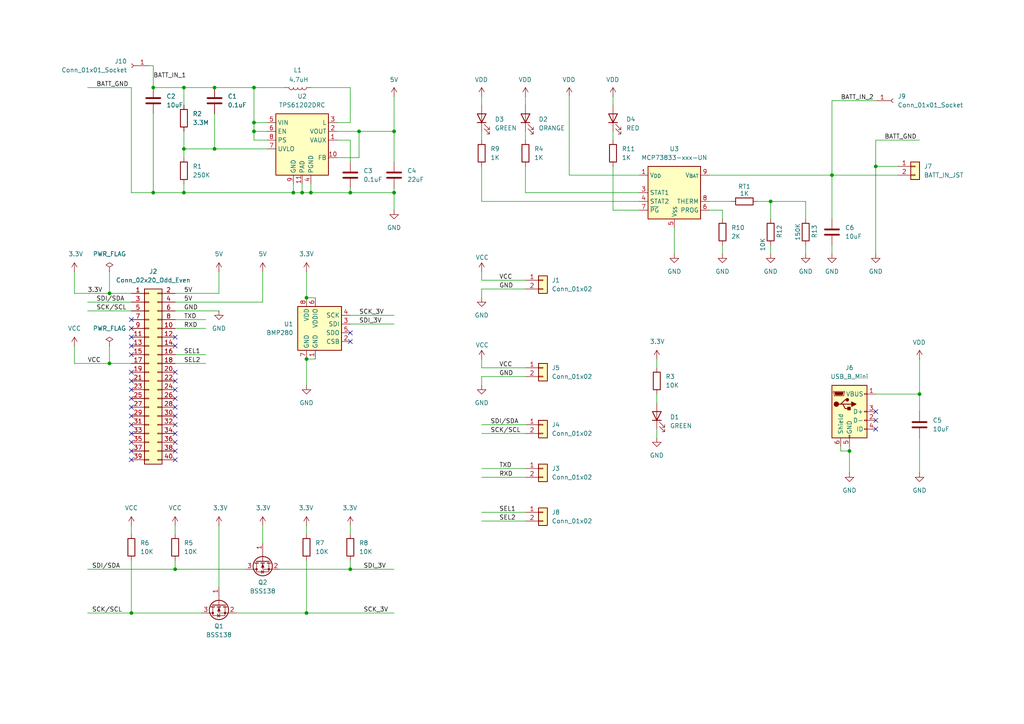
<source format=kicad_sch>
(kicad_sch (version 20231120) (generator "eeschema") (generator_version "8.0")
  (paper "A4")
  (lib_symbols
    (symbol "Battery_Management:MCP73833-xxx-UN"
      (property "Reference" "U" (at -6.35 8.89 0))
      (property "Value" "MCP73833-xxx-UN" (at 10.16 8.89 0))
      (symbol "MCP73833-xxx-UN_1_1"
        (rectangle (start -7.62 7.62) (end 7.62 -7.62) (stroke (width 0.254)) (fill (type background)))
        (pin power_in line (at -10.16 5.08 0) (length 2.54) (name "V_{DD}") (number "1"))
        (pin passive line (at 10.16 5.08 180) (length 2.54) hide (name "V_{BAT}") (number "10"))
        (pin passive line (at -10.16 5.08 0) (length 2.54) hide (name "V_{DD}") (number "2"))
        (pin open_collector line (at -10.16 0 0) (length 2.54) (name "STAT1") (number "3"))
        (pin open_collector line (at -10.16 -2.54 0) (length 2.54) (name "STAT2") (number "4"))
        (pin power_in line (at 0 -10.16 90) (length 2.54) (name "V_{SS}") (number "5"))
        (pin input line (at 10.16 -5.08 180) (length 2.54) (name "PROG") (number "6"))
        (pin open_collector line (at -10.16 -5.08 0) (length 2.54) (name "~{PG}") (number "7"))
        (pin passive line (at 10.16 -2.54 180) (length 2.54) (name "THERM") (number "8"))
        (pin power_out line (at 10.16 5.08 180) (length 2.54) (name "V_{BAT}") (number "9"))
      )
    )
    (symbol "Connector:Conn_01x01_Socket" (pin_names (offset 1.016) hide)
      (property "Reference" "J" (at 0 2.54 0))
      (property "Value" "Conn_01x01_Socket" (at 0 -2.54 0))
      (symbol "Conn_01x01_Socket_1_1"
        (polyline (pts (xy -1.27 0) (xy -0.508 0)) (stroke (width 0.1524)))
        (arc (start 0 0.508) (mid -0.5058 0) (end 0 -0.508) (stroke (width 0.1524)))
        (pin passive line (at -5.08 0 0) (length 3.81) (name "Pin_1") (number "1"))
      )
    )
    (symbol "Connector:USB_B_Mini" (pin_names (offset 1.016))
      (property "Reference" "J" (at -5.08 11.43 0))
      (property "Value" "USB_B_Mini" (at -5.08 8.89 0))
      (symbol "USB_B_Mini_0_1"
        (rectangle (start -5.08 -7.62) (end 5.08 7.62) (stroke (width 0.254)) (fill (type background)))
        (circle (center -3.81 2.159) (radius 0.635) (stroke (width 0.254)) (fill (type outline)))
        (circle (center -0.635 3.429) (radius 0.381) (stroke (width 0.254)) (fill (type outline)))
        (rectangle (start -0.127 -7.62) (end 0.127 -6.858))
        (polyline (pts (xy -1.905 2.159) (xy 0.635 2.159)) (stroke (width 0.254)))
        (polyline (pts (xy -3.175 2.159) (xy -2.54 2.159) (xy -1.27 3.429) (xy -0.635 3.429)) (stroke (width 0.254)))
        (polyline (pts (xy -2.54 2.159) (xy -1.905 2.159) (xy -1.27 0.889) (xy 0 0.889)) (stroke (width 0.254)))
        (polyline (pts (xy 0.635 2.794) (xy 0.635 1.524) (xy 1.905 2.159) (xy 0.635 2.794)) (stroke (width 0.254)) (fill (type outline)))
        (polyline (pts (xy -4.318 5.588) (xy -1.778 5.588) (xy -2.032 4.826) (xy -4.064 4.826) (xy -4.318 5.588)) (fill (type outline)))
        (polyline (pts (xy -4.699 5.842) (xy -4.699 5.588) (xy -4.445 4.826) (xy -4.445 4.572) (xy -1.651 4.572) (xy -1.651 4.826) (xy -1.397 5.588) (xy -1.397 5.842) (xy -4.699 5.842)))
        (rectangle (start 0.254 1.27) (end -0.508 0.508) (stroke (width 0.254)) (fill (type outline)))
        (rectangle (start 5.08 -5.207) (end 4.318 -4.953))
        (rectangle (start 5.08 -2.667) (end 4.318 -2.413))
        (rectangle (start 5.08 -0.127) (end 4.318 0.127))
        (rectangle (start 5.08 4.953) (end 4.318 5.207))
      )
      (symbol "USB_B_Mini_1_1"
        (pin power_out line (at 7.62 5.08 180) (length 2.54) (name "VBUS") (number "1"))
        (pin bidirectional line (at 7.62 -2.54 180) (length 2.54) (name "D-") (number "2"))
        (pin bidirectional line (at 7.62 0 180) (length 2.54) (name "D+") (number "3"))
        (pin passive line (at 7.62 -5.08 180) (length 2.54) (name "ID") (number "4"))
        (pin power_out line (at 0 -10.16 90) (length 2.54) (name "GND") (number "5"))
        (pin passive line (at -2.54 -10.16 90) (length 2.54) (name "Shield") (number "6"))
      )
    )
    (symbol "Connector_Generic:Conn_01x02" (pin_names (offset 1.016) hide)
      (property "Reference" "J" (at 0 2.54 0))
      (property "Value" "Conn_01x02" (at 0 -5.08 0))
      (symbol "Conn_01x02_1_1"
        (rectangle (start -1.27 -2.413) (end 0 -2.667) (stroke (width 0.1524)))
        (rectangle (start -1.27 0.127) (end 0 -0.127) (stroke (width 0.1524)))
        (rectangle (start -1.27 1.27) (end 1.27 -3.81) (stroke (width 0.254)) (fill (type background)))
        (pin passive line (at -5.08 0 0) (length 3.81) (name "Pin_1") (number "1"))
        (pin passive line (at -5.08 -2.54 0) (length 3.81) (name "Pin_2") (number "2"))
      )
    )
    (symbol "Connector_Generic:Conn_02x20_Odd_Even" (pin_names (offset 1.016) hide)
      (property "Reference" "J" (at 1.27 25.4 0))
      (property "Value" "Conn_02x20_Odd_Even" (at 1.27 -27.94 0))
      (symbol "Conn_02x20_Odd_Even_1_1"
        (rectangle (start -1.27 -25.273) (end 0 -25.527) (stroke (width 0.1524)))
        (rectangle (start -1.27 -22.733) (end 0 -22.987) (stroke (width 0.1524)))
        (rectangle (start -1.27 -20.193) (end 0 -20.447) (stroke (width 0.1524)))
        (rectangle (start -1.27 -17.653) (end 0 -17.907) (stroke (width 0.1524)))
        (rectangle (start -1.27 -15.113) (end 0 -15.367) (stroke (width 0.1524)))
        (rectangle (start -1.27 -12.573) (end 0 -12.827) (stroke (width 0.1524)))
        (rectangle (start -1.27 -10.033) (end 0 -10.287) (stroke (width 0.1524)))
        (rectangle (start -1.27 -7.493) (end 0 -7.747) (stroke (width 0.1524)))
        (rectangle (start -1.27 -4.953) (end 0 -5.207) (stroke (width 0.1524)))
        (rectangle (start -1.27 -2.413) (end 0 -2.667) (stroke (width 0.1524)))
        (rectangle (start -1.27 0.127) (end 0 -0.127) (stroke (width 0.1524)))
        (rectangle (start -1.27 2.667) (end 0 2.413) (stroke (width 0.1524)))
        (rectangle (start -1.27 5.207) (end 0 4.953) (stroke (width 0.1524)))
        (rectangle (start -1.27 7.747) (end 0 7.493) (stroke (width 0.1524)))
        (rectangle (start -1.27 10.287) (end 0 10.033) (stroke (width 0.1524)))
        (rectangle (start -1.27 12.827) (end 0 12.573) (stroke (width 0.1524)))
        (rectangle (start -1.27 15.367) (end 0 15.113) (stroke (width 0.1524)))
        (rectangle (start -1.27 17.907) (end 0 17.653) (stroke (width 0.1524)))
        (rectangle (start -1.27 20.447) (end 0 20.193) (stroke (width 0.1524)))
        (rectangle (start -1.27 22.987) (end 0 22.733) (stroke (width 0.1524)))
        (rectangle (start -1.27 24.13) (end 3.81 -26.67) (stroke (width 0.254)) (fill (type background)))
        (rectangle (start 3.81 -25.273) (end 2.54 -25.527) (stroke (width 0.1524)))
        (rectangle (start 3.81 -22.733) (end 2.54 -22.987) (stroke (width 0.1524)))
        (rectangle (start 3.81 -20.193) (end 2.54 -20.447) (stroke (width 0.1524)))
        (rectangle (start 3.81 -17.653) (end 2.54 -17.907) (stroke (width 0.1524)))
        (rectangle (start 3.81 -15.113) (end 2.54 -15.367) (stroke (width 0.1524)))
        (rectangle (start 3.81 -12.573) (end 2.54 -12.827) (stroke (width 0.1524)))
        (rectangle (start 3.81 -10.033) (end 2.54 -10.287) (stroke (width 0.1524)))
        (rectangle (start 3.81 -7.493) (end 2.54 -7.747) (stroke (width 0.1524)))
        (rectangle (start 3.81 -4.953) (end 2.54 -5.207) (stroke (width 0.1524)))
        (rectangle (start 3.81 -2.413) (end 2.54 -2.667) (stroke (width 0.1524)))
        (rectangle (start 3.81 0.127) (end 2.54 -0.127) (stroke (width 0.1524)))
        (rectangle (start 3.81 2.667) (end 2.54 2.413) (stroke (width 0.1524)))
        (rectangle (start 3.81 5.207) (end 2.54 4.953) (stroke (width 0.1524)))
        (rectangle (start 3.81 7.747) (end 2.54 7.493) (stroke (width 0.1524)))
        (rectangle (start 3.81 10.287) (end 2.54 10.033) (stroke (width 0.1524)))
        (rectangle (start 3.81 12.827) (end 2.54 12.573) (stroke (width 0.1524)))
        (rectangle (start 3.81 15.367) (end 2.54 15.113) (stroke (width 0.1524)))
        (rectangle (start 3.81 17.907) (end 2.54 17.653) (stroke (width 0.1524)))
        (rectangle (start 3.81 20.447) (end 2.54 20.193) (stroke (width 0.1524)))
        (rectangle (start 3.81 22.987) (end 2.54 22.733) (stroke (width 0.1524)))
        (pin passive line (at -5.08 22.86 0) (length 3.81) (name "Pin_1") (number "1"))
        (pin passive line (at 7.62 12.7 180) (length 3.81) (name "Pin_10") (number "10"))
        (pin passive line (at -5.08 10.16 0) (length 3.81) (name "Pin_11") (number "11"))
        (pin passive line (at 7.62 10.16 180) (length 3.81) (name "Pin_12") (number "12"))
        (pin passive line (at -5.08 7.62 0) (length 3.81) (name "Pin_13") (number "13"))
        (pin passive line (at 7.62 7.62 180) (length 3.81) (name "Pin_14") (number "14"))
        (pin passive line (at -5.08 5.08 0) (length 3.81) (name "Pin_15") (number "15"))
        (pin passive line (at 7.62 5.08 180) (length 3.81) (name "Pin_16") (number "16"))
        (pin passive line (at -5.08 2.54 0) (length 3.81) (name "Pin_17") (number "17"))
        (pin passive line (at 7.62 2.54 180) (length 3.81) (name "Pin_18") (number "18"))
        (pin passive line (at -5.08 0 0) (length 3.81) (name "Pin_19") (number "19"))
        (pin passive line (at 7.62 22.86 180) (length 3.81) (name "Pin_2") (number "2"))
        (pin passive line (at 7.62 0 180) (length 3.81) (name "Pin_20") (number "20"))
        (pin passive line (at -5.08 -2.54 0) (length 3.81) (name "Pin_21") (number "21"))
        (pin passive line (at 7.62 -2.54 180) (length 3.81) (name "Pin_22") (number "22"))
        (pin passive line (at -5.08 -5.08 0) (length 3.81) (name "Pin_23") (number "23"))
        (pin passive line (at 7.62 -5.08 180) (length 3.81) (name "Pin_24") (number "24"))
        (pin passive line (at -5.08 -7.62 0) (length 3.81) (name "Pin_25") (number "25"))
        (pin passive line (at 7.62 -7.62 180) (length 3.81) (name "Pin_26") (number "26"))
        (pin passive line (at -5.08 -10.16 0) (length 3.81) (name "Pin_27") (number "27"))
        (pin passive line (at 7.62 -10.16 180) (length 3.81) (name "Pin_28") (number "28"))
        (pin passive line (at -5.08 -12.7 0) (length 3.81) (name "Pin_29") (number "29"))
        (pin passive line (at -5.08 20.32 0) (length 3.81) (name "Pin_3") (number "3"))
        (pin passive line (at 7.62 -12.7 180) (length 3.81) (name "Pin_30") (number "30"))
        (pin passive line (at -5.08 -15.24 0) (length 3.81) (name "Pin_31") (number "31"))
        (pin passive line (at 7.62 -15.24 180) (length 3.81) (name "Pin_32") (number "32"))
        (pin passive line (at -5.08 -17.78 0) (length 3.81) (name "Pin_33") (number "33"))
        (pin passive line (at 7.62 -17.78 180) (length 3.81) (name "Pin_34") (number "34"))
        (pin passive line (at -5.08 -20.32 0) (length 3.81) (name "Pin_35") (number "35"))
        (pin passive line (at 7.62 -20.32 180) (length 3.81) (name "Pin_36") (number "36"))
        (pin passive line (at -5.08 -22.86 0) (length 3.81) (name "Pin_37") (number "37"))
        (pin passive line (at 7.62 -22.86 180) (length 3.81) (name "Pin_38") (number "38"))
        (pin passive line (at -5.08 -25.4 0) (length 3.81) (name "Pin_39") (number "39"))
        (pin passive line (at 7.62 20.32 180) (length 3.81) (name "Pin_4") (number "4"))
        (pin passive line (at 7.62 -25.4 180) (length 3.81) (name "Pin_40") (number "40"))
        (pin passive line (at -5.08 17.78 0) (length 3.81) (name "Pin_5") (number "5"))
        (pin passive line (at 7.62 17.78 180) (length 3.81) (name "Pin_6") (number "6"))
        (pin passive line (at -5.08 15.24 0) (length 3.81) (name "Pin_7") (number "7"))
        (pin passive line (at 7.62 15.24 180) (length 3.81) (name "Pin_8") (number "8"))
        (pin passive line (at -5.08 12.7 0) (length 3.81) (name "Pin_9") (number "9"))
      )
    )
    (symbol "Device:C" (pin_numbers hide) (pin_names (offset 0.254))
      (property "Reference" "C" (at 0.635 2.54 0))
      (property "Value" "C" (at 0.635 -2.54 0))
      (symbol "C_0_1"
        (polyline (pts (xy -2.032 -0.762) (xy 2.032 -0.762)) (stroke (width 0.508)))
        (polyline (pts (xy -2.032 0.762) (xy 2.032 0.762)) (stroke (width 0.508)))
      )
      (symbol "C_1_1"
        (pin passive line (at 0 3.81 270) (length 2.794) (name "~") (number "1"))
        (pin passive line (at 0 -3.81 90) (length 2.794) (name "~") (number "2"))
      )
    )
    (symbol "Device:L" (pin_numbers hide) (pin_names (offset 1.016) hide)
      (property "Reference" "L" (at -1.27 0 90))
      (property "Value" "L" (at 1.905 0 90))
      (symbol "L_0_1"
        (arc (start 0 -2.54) (mid 0.6323 -1.905) (end 0 -1.27))
        (arc (start 0 -1.27) (mid 0.6323 -0.635) (end 0 0))
        (arc (start 0 0) (mid 0.6323 0.635) (end 0 1.27))
        (arc (start 0 1.27) (mid 0.6323 1.905) (end 0 2.54))
      )
      (symbol "L_1_1"
        (pin passive line (at 0 3.81 270) (length 1.27) (name "1") (number "1"))
        (pin passive line (at 0 -3.81 90) (length 1.27) (name "2") (number "2"))
      )
    )
    (symbol "Device:LED" (pin_numbers hide) (pin_names (offset 1.016) hide)
      (property "Reference" "D" (at 0 2.54 0))
      (property "Value" "LED" (at 0 -2.54 0))
      (symbol "LED_0_1"
        (polyline (pts (xy -1.27 -1.27) (xy -1.27 1.27)) (stroke (width 0.254)))
        (polyline (pts (xy -1.27 0) (xy 1.27 0)))
        (polyline (pts (xy 1.27 -1.27) (xy 1.27 1.27) (xy -1.27 0) (xy 1.27 -1.27)) (stroke (width 0.254)))
        (polyline (pts (xy -3.048 -0.762) (xy -4.572 -2.286) (xy -3.81 -2.286) (xy -4.572 -2.286) (xy -4.572 -1.524)))
        (polyline (pts (xy -1.778 -0.762) (xy -3.302 -2.286) (xy -2.54 -2.286) (xy -3.302 -2.286) (xy -3.302 -1.524)))
      )
      (symbol "LED_1_1"
        (pin passive line (at -3.81 0 0) (length 2.54) (name "K") (number "1"))
        (pin passive line (at 3.81 0 180) (length 2.54) (name "A") (number "2"))
      )
    )
    (symbol "Device:R" (pin_numbers hide) (pin_names (offset 0))
      (property "Reference" "R" (at 2.032 0 90))
      (property "Value" "R" (at 0 0 90))
      (symbol "R_0_1"
        (rectangle (start -1.016 -2.54) (end 1.016 2.54) (stroke (width 0.254)))
      )
      (symbol "R_1_1"
        (pin passive line (at 0 3.81 270) (length 1.27) (name "~") (number "1"))
        (pin passive line (at 0 -3.81 90) (length 1.27) (name "~") (number "2"))
      )
    )
    (symbol "Regulator_Switching:TPS61202DRC"
      (property "Reference" "U" (at -10.16 8.89 0))
      (property "Value" "TPS61202DRC" (at -2.54 8.89 0))
      (symbol "TPS61202DRC_0_1"
        (rectangle (start -7.62 7.62) (end 7.62 -10.16) (stroke (width 0.254)) (fill (type background)))
      )
      (symbol "TPS61202DRC_1_1"
        (pin bidirectional line (at 10.16 0 180) (length 2.54) (name "VAUX") (number "1"))
        (pin input line (at 10.16 -5.08 180) (length 2.54) (name "FB") (number "10"))
        (pin power_in line (at 0 -12.7 90) (length 2.54) (name "PAD") (number "11"))
        (pin power_out line (at 10.16 2.54 180) (length 2.54) (name "VOUT") (number "2"))
        (pin input line (at 10.16 5.08 180) (length 2.54) (name "L") (number "3"))
        (pin power_in line (at 2.54 -12.7 90) (length 2.54) (name "PGND") (number "4"))
        (pin power_in line (at -10.16 5.08 0) (length 2.54) (name "VIN") (number "5"))
        (pin input line (at -10.16 2.54 0) (length 2.54) (name "EN") (number "6"))
        (pin input line (at -10.16 -2.54 0) (length 2.54) (name "UVLO") (number "7"))
        (pin input line (at -10.16 0 0) (length 2.54) (name "PS") (number "8"))
        (pin power_in line (at -2.54 -12.7 90) (length 2.54) (name "GND") (number "9"))
      )
    )
    (symbol "Sensor_Pressure:BMP280"
      (property "Reference" "U" (at -7.62 10.16 0))
      (property "Value" "BMP280" (at 5.08 10.16 0))
      (symbol "BMP280_0_1"
        (rectangle (start -7.62 -5.08) (end 5.08 7.62) (stroke (width 0.254)) (fill (type background)))
      )
      (symbol "BMP280_1_1"
        (pin power_in line (at 0 -7.62 90) (length 2.54) (name "GND") (number "1"))
        (pin input line (at -10.16 -2.54 0) (length 2.54) (name "CSB") (number "2"))
        (pin bidirectional line (at -10.16 2.54 0) (length 2.54) (name "SDI") (number "3"))
        (pin input line (at -10.16 5.08 0) (length 2.54) (name "SCK") (number "4"))
        (pin bidirectional line (at -10.16 0 0) (length 2.54) (name "SDO") (number "5"))
        (pin power_in line (at 0 10.16 270) (length 2.54) (name "VDDIO") (number "6"))
        (pin power_in line (at 2.54 -7.62 90) (length 2.54) (name "GND") (number "7"))
        (pin power_in line (at 2.54 10.16 270) (length 2.54) (name "VDD") (number "8"))
      )
    )
    (symbol "Transistor_FET:BSS138" (pin_names hide)
      (property "Reference" "Q" (at 5.08 1.905 0))
      (property "Value" "BSS138" (at 5.08 0 0))
      (symbol "BSS138_0_1"
        (polyline (pts (xy 0.254 0) (xy -2.54 0)))
        (polyline (pts (xy 0.254 1.905) (xy 0.254 -1.905)) (stroke (width 0.254)))
        (polyline (pts (xy 0.762 -1.27) (xy 0.762 -2.286)) (stroke (width 0.254)))
        (polyline (pts (xy 0.762 0.508) (xy 0.762 -0.508)) (stroke (width 0.254)))
        (polyline (pts (xy 0.762 2.286) (xy 0.762 1.27)) (stroke (width 0.254)))
        (polyline (pts (xy 2.54 2.54) (xy 2.54 1.778)))
        (polyline (pts (xy 2.54 -2.54) (xy 2.54 0) (xy 0.762 0)))
        (polyline (pts (xy 0.762 -1.778) (xy 3.302 -1.778) (xy 3.302 1.778) (xy 0.762 1.778)))
        (polyline (pts (xy 1.016 0) (xy 2.032 0.381) (xy 2.032 -0.381) (xy 1.016 0)) (fill (type outline)))
        (polyline (pts (xy 2.794 0.508) (xy 2.921 0.381) (xy 3.683 0.381) (xy 3.81 0.254)))
        (polyline (pts (xy 3.302 0.381) (xy 2.921 -0.254) (xy 3.683 -0.254) (xy 3.302 0.381)))
        (circle (center 1.651 0) (radius 2.794) (stroke (width 0.254)))
        (circle (center 2.54 -1.778) (radius 0.254) (fill (type outline)))
        (circle (center 2.54 1.778) (radius 0.254) (fill (type outline)))
      )
      (symbol "BSS138_1_1"
        (pin input line (at -5.08 0 0) (length 2.54) (name "G") (number "1"))
        (pin passive line (at 2.54 -5.08 90) (length 2.54) (name "S") (number "2"))
        (pin passive line (at 2.54 5.08 270) (length 2.54) (name "D") (number "3"))
      )
    )
    (symbol "power:GND" (power) (pin_numbers hide) (pin_names (offset 0) hide)
      (property "Value" "GND" (at 0 -3.81 0))
      (symbol "GND_0_1"
        (polyline (pts (xy 0 0) (xy 0 -1.27) (xy 1.27 -1.27) (xy 0 -2.54) (xy -1.27 -1.27) (xy 0 -1.27)))
      )
      (symbol "GND_1_1"
        (pin power_in line (at 0 0 270) (length 0) (name "~") (number "1"))
      )
    )
    (symbol "power:PWR_FLAG" (power) (pin_numbers hide) (pin_names (offset 0) hide)
      (property "Value" "PWR_FLAG" (at 0 3.81 0))
      (symbol "PWR_FLAG_0_0"
        (pin power_out line (at 0 0 90) (length 0) (name "~") (number "1"))
      )
      (symbol "PWR_FLAG_0_1"
        (polyline (pts (xy 0 0) (xy 0 1.27) (xy -1.016 1.905) (xy 0 2.54) (xy 1.016 1.905) (xy 0 1.27)))
      )
    )
    (symbol "power:VDD" (power) (pin_numbers hide) (pin_names (offset 0) hide)
      (property "Value" "VDD" (at 0 3.556 0))
      (symbol "VDD_0_1"
        (polyline (pts (xy -0.762 1.27) (xy 0 2.54)))
        (polyline (pts (xy 0 0) (xy 0 2.54)))
        (polyline (pts (xy 0 2.54) (xy 0.762 1.27)))
      )
      (symbol "VDD_1_1"
        (pin power_in line (at 0 0 90) (length 0) (name "~") (number "1"))
      )
    )
  )
  (junction (at 87.63 55.88))
  (junction (at 62.23 43.18))
  (junction (at 88.9 104.14))
  (junction (at 62.23 25.4))
  (junction (at 38.1 177.8))
  (junction (at 31.75 105.41))
  (junction (at 31.75 85.09))
  (junction (at 88.9 86.36))
  (junction (at 254 48.26))
  (junction (at 88.9 177.8))
  (junction (at 114.3 55.88))
  (junction (at 73.66 35.56))
  (junction (at 50.8 165.1))
  (junction (at 44.45 25.4))
  (junction (at 223.52 58.42))
  (junction (at 266.7 114.3))
  (junction (at 53.34 55.88))
  (junction (at 73.66 38.1))
  (junction (at 104.14 38.1))
  (junction (at 44.45 55.88))
  (junction (at 85.09 55.88))
  (junction (at 101.6 55.88))
  (junction (at 246.38 130.81))
  (junction (at 90.17 55.88))
  (junction (at 101.6 165.1))
  (junction (at 114.3 38.1))
  (junction (at 73.66 25.4))
  (junction (at 241.3 50.8))
  (junction (at 53.34 25.4))
  (junction (at 53.34 43.18))
  (no_connect (at 38.1 125.73))
  (no_connect (at 50.8 100.33))
  (no_connect (at 254 121.92))
  (no_connect (at 38.1 95.25))
  (no_connect (at 38.1 118.11))
  (no_connect (at 38.1 110.49))
  (no_connect (at 50.8 130.81))
  (no_connect (at 50.8 128.27))
  (no_connect (at 38.1 120.65))
  (no_connect (at 50.8 107.95))
  (no_connect (at 38.1 123.19))
  (no_connect (at 38.1 100.33))
  (no_connect (at 50.8 123.19))
  (no_connect (at 50.8 97.79))
  (no_connect (at 254 124.46))
  (no_connect (at 38.1 130.81))
  (no_connect (at 38.1 92.71))
  (no_connect (at 50.8 125.73))
  (no_connect (at 50.8 120.65))
  (no_connect (at 38.1 128.27))
  (no_connect (at 50.8 115.57))
  (no_connect (at 38.1 97.79))
  (no_connect (at 50.8 133.35))
  (no_connect (at 38.1 113.03))
  (no_connect (at 101.6 99.06))
  (no_connect (at 50.8 110.49))
  (no_connect (at 254 119.38))
  (no_connect (at 38.1 102.87))
  (no_connect (at 38.1 133.35))
  (no_connect (at 101.6 96.52))
  (no_connect (at 50.8 113.03))
  (no_connect (at 38.1 107.95))
  (no_connect (at 38.1 115.57))
  (no_connect (at 50.8 118.11))
  (wire (pts (xy 50.8 105.41) (xy 59.69 105.41)))
  (wire (pts (xy 104.14 38.1) (xy 114.3 38.1)))
  (wire (pts (xy 223.52 71.12) (xy 223.52 73.66)))
  (wire (pts (xy 62.23 33.02) (xy 62.23 43.18)))
  (wire (pts (xy 73.66 35.56) (xy 73.66 38.1)))
  (wire (pts (xy 209.55 71.12) (xy 209.55 73.66)))
  (wire (pts (xy 114.3 54.61) (xy 114.3 55.88)))
  (wire (pts (xy 21.59 105.41) (xy 31.75 105.41)))
  (wire (pts (xy 165.1 27.94) (xy 165.1 50.8)))
  (wire (pts (xy 101.6 55.88) (xy 114.3 55.88)))
  (wire (pts (xy 53.34 43.18) (xy 53.34 45.72)))
  (wire (pts (xy 31.75 100.33) (xy 31.75 105.41)))
  (wire (pts (xy 77.47 40.64) (xy 73.66 40.64)))
  (wire (pts (xy 241.3 50.8) (xy 260.35 50.8)))
  (wire (pts (xy 90.17 25.4) (xy 101.6 25.4)))
  (wire (pts (xy 139.7 109.22) (xy 152.4 109.22)))
  (wire (pts (xy 243.84 129.54) (xy 243.84 130.81)))
  (wire (pts (xy 38.1 177.8) (xy 38.1 162.56)))
  (wire (pts (xy 73.66 38.1) (xy 77.47 38.1)))
  (wire (pts (xy 85.09 55.88) (xy 87.63 55.88)))
  (wire (pts (xy 88.9 104.14) (xy 88.9 111.76)))
  (wire (pts (xy 139.7 27.94) (xy 139.7 30.48)))
  (wire (pts (xy 152.4 38.1) (xy 152.4 40.64)))
  (wire (pts (xy 139.7 106.68) (xy 152.4 106.68)))
  (wire (pts (xy 139.7 83.82) (xy 139.7 86.36)))
  (wire (pts (xy 139.7 123.19) (xy 152.4 123.19)))
  (wire (pts (xy 241.3 29.21) (xy 241.3 50.8)))
  (wire (pts (xy 139.7 151.13) (xy 152.4 151.13)))
  (wire (pts (xy 219.71 58.42) (xy 223.52 58.42)))
  (wire (pts (xy 73.66 35.56) (xy 77.47 35.56)))
  (wire (pts (xy 58.42 177.8) (xy 38.1 177.8)))
  (wire (pts (xy 101.6 93.98) (xy 114.3 93.98)))
  (wire (pts (xy 101.6 91.44) (xy 114.3 91.44)))
  (wire (pts (xy 21.59 85.09) (xy 31.75 85.09)))
  (wire (pts (xy 85.09 53.34) (xy 85.09 55.88)))
  (wire (pts (xy 254 40.64) (xy 266.7 40.64)))
  (wire (pts (xy 241.3 29.21) (xy 254 29.21)))
  (wire (pts (xy 50.8 95.25) (xy 59.69 95.25)))
  (wire (pts (xy 177.8 27.94) (xy 177.8 30.48)))
  (wire (pts (xy 38.1 25.4) (xy 38.1 55.88)))
  (wire (pts (xy 90.17 53.34) (xy 90.17 55.88)))
  (wire (pts (xy 254 114.3) (xy 266.7 114.3)))
  (wire (pts (xy 73.66 38.1) (xy 73.66 40.64)))
  (wire (pts (xy 73.66 25.4) (xy 73.66 35.56)))
  (wire (pts (xy 195.58 66.04) (xy 195.58 73.66)))
  (wire (pts (xy 63.5 152.4) (xy 63.5 170.18)))
  (wire (pts (xy 50.8 87.63) (xy 76.2 87.63)))
  (wire (pts (xy 266.7 104.14) (xy 266.7 114.3)))
  (wire (pts (xy 44.45 25.4) (xy 53.34 25.4)))
  (wire (pts (xy 88.9 152.4) (xy 88.9 154.94)))
  (wire (pts (xy 205.74 58.42) (xy 212.09 58.42)))
  (wire (pts (xy 101.6 165.1) (xy 101.6 162.56)))
  (wire (pts (xy 25.4 90.17) (xy 38.1 90.17)))
  (wire (pts (xy 88.9 86.36) (xy 91.44 86.36)))
  (wire (pts (xy 139.7 148.59) (xy 152.4 148.59)))
  (wire (pts (xy 44.45 33.02) (xy 44.45 55.88)))
  (wire (pts (xy 185.42 60.96) (xy 177.8 60.96)))
  (wire (pts (xy 44.45 55.88) (xy 53.34 55.88)))
  (wire (pts (xy 50.8 85.09) (xy 63.5 85.09)))
  (wire (pts (xy 53.34 25.4) (xy 62.23 25.4)))
  (wire (pts (xy 233.68 71.12) (xy 233.68 73.66)))
  (wire (pts (xy 114.3 38.1) (xy 114.3 46.99)))
  (wire (pts (xy 38.1 55.88) (xy 44.45 55.88)))
  (wire (pts (xy 53.34 55.88) (xy 53.34 53.34)))
  (wire (pts (xy 25.4 87.63) (xy 38.1 87.63)))
  (wire (pts (xy 76.2 152.4) (xy 76.2 157.48)))
  (wire (pts (xy 209.55 60.96) (xy 209.55 63.5)))
  (wire (pts (xy 177.8 38.1) (xy 177.8 40.64)))
  (wire (pts (xy 88.9 78.74) (xy 88.9 86.36)))
  (wire (pts (xy 50.8 102.87) (xy 59.69 102.87)))
  (wire (pts (xy 97.79 35.56) (xy 101.6 35.56)))
  (wire (pts (xy 44.45 19.05) (xy 44.45 25.4)))
  (wire (pts (xy 101.6 35.56) (xy 101.6 25.4)))
  (wire (pts (xy 25.4 165.1) (xy 50.8 165.1)))
  (wire (pts (xy 25.4 25.4) (xy 38.1 25.4)))
  (wire (pts (xy 31.75 85.09) (xy 38.1 85.09)))
  (wire (pts (xy 101.6 165.1) (xy 114.3 165.1)))
  (wire (pts (xy 53.34 25.4) (xy 53.34 30.48)))
  (wire (pts (xy 101.6 152.4) (xy 101.6 154.94)))
  (wire (pts (xy 185.42 58.42) (xy 139.7 58.42)))
  (wire (pts (xy 139.7 138.43) (xy 152.4 138.43)))
  (wire (pts (xy 185.42 50.8) (xy 165.1 50.8)))
  (wire (pts (xy 50.8 90.17) (xy 63.5 90.17)))
  (wire (pts (xy 63.5 85.09) (xy 63.5 78.74)))
  (wire (pts (xy 254 48.26) (xy 254 73.66)))
  (wire (pts (xy 152.4 55.88) (xy 185.42 55.88)))
  (wire (pts (xy 139.7 125.73) (xy 152.4 125.73)))
  (wire (pts (xy 87.63 55.88) (xy 87.63 53.34)))
  (wire (pts (xy 31.75 78.74) (xy 31.75 85.09)))
  (wire (pts (xy 21.59 100.33) (xy 21.59 105.41)))
  (wire (pts (xy 139.7 109.22) (xy 139.7 111.76)))
  (wire (pts (xy 68.58 177.8) (xy 88.9 177.8)))
  (wire (pts (xy 241.3 71.12) (xy 241.3 73.66)))
  (wire (pts (xy 139.7 58.42) (xy 139.7 48.26)))
  (wire (pts (xy 177.8 48.26) (xy 177.8 60.96)))
  (wire (pts (xy 97.79 38.1) (xy 104.14 38.1)))
  (wire (pts (xy 139.7 104.14) (xy 139.7 106.68)))
  (wire (pts (xy 25.4 177.8) (xy 38.1 177.8)))
  (wire (pts (xy 53.34 38.1) (xy 53.34 43.18)))
  (wire (pts (xy 104.14 38.1) (xy 104.14 45.72)))
  (wire (pts (xy 50.8 165.1) (xy 50.8 162.56)))
  (wire (pts (xy 76.2 87.63) (xy 76.2 78.74)))
  (wire (pts (xy 152.4 48.26) (xy 152.4 55.88)))
  (wire (pts (xy 114.3 27.94) (xy 114.3 38.1)))
  (wire (pts (xy 139.7 83.82) (xy 152.4 83.82)))
  (wire (pts (xy 241.3 50.8) (xy 241.3 63.5)))
  (wire (pts (xy 190.5 114.3) (xy 190.5 116.84)))
  (wire (pts (xy 62.23 25.4) (xy 73.66 25.4)))
  (wire (pts (xy 152.4 27.94) (xy 152.4 30.48)))
  (wire (pts (xy 71.12 165.1) (xy 50.8 165.1)))
  (wire (pts (xy 62.23 43.18) (xy 53.34 43.18)))
  (wire (pts (xy 233.68 58.42) (xy 233.68 63.5)))
  (wire (pts (xy 190.5 104.14) (xy 190.5 106.68)))
  (wire (pts (xy 44.45 19.05) (xy 43.18 19.05)))
  (wire (pts (xy 246.38 129.54) (xy 246.38 130.81)))
  (wire (pts (xy 90.17 55.88) (xy 101.6 55.88)))
  (wire (pts (xy 73.66 25.4) (xy 82.55 25.4)))
  (wire (pts (xy 50.8 92.71) (xy 59.69 92.71)))
  (wire (pts (xy 85.09 55.88) (xy 53.34 55.88)))
  (wire (pts (xy 104.14 45.72) (xy 97.79 45.72)))
  (wire (pts (xy 223.52 58.42) (xy 223.52 63.5)))
  (wire (pts (xy 31.75 105.41) (xy 38.1 105.41)))
  (wire (pts (xy 81.28 165.1) (xy 101.6 165.1)))
  (wire (pts (xy 209.55 60.96) (xy 205.74 60.96)))
  (wire (pts (xy 139.7 38.1) (xy 139.7 40.64)))
  (wire (pts (xy 190.5 124.46) (xy 190.5 127)))
  (wire (pts (xy 246.38 130.81) (xy 246.38 137.16)))
  (wire (pts (xy 114.3 60.96) (xy 114.3 55.88)))
  (wire (pts (xy 139.7 81.28) (xy 152.4 81.28)))
  (wire (pts (xy 101.6 40.64) (xy 101.6 46.99)))
  (wire (pts (xy 260.35 48.26) (xy 254 48.26)))
  (wire (pts (xy 266.7 127) (xy 266.7 137.16)))
  (wire (pts (xy 88.9 177.8) (xy 114.3 177.8)))
  (wire (pts (xy 243.84 130.81) (xy 246.38 130.81)))
  (wire (pts (xy 205.74 50.8) (xy 241.3 50.8)))
  (wire (pts (xy 50.8 152.4) (xy 50.8 154.94)))
  (wire (pts (xy 139.7 135.89) (xy 152.4 135.89)))
  (wire (pts (xy 62.23 43.18) (xy 77.47 43.18)))
  (wire (pts (xy 90.17 55.88) (xy 87.63 55.88)))
  (wire (pts (xy 97.79 40.64) (xy 101.6 40.64)))
  (wire (pts (xy 88.9 177.8) (xy 88.9 162.56)))
  (wire (pts (xy 38.1 152.4) (xy 38.1 154.94)))
  (wire (pts (xy 21.59 85.09) (xy 21.59 78.74)))
  (wire (pts (xy 223.52 58.42) (xy 233.68 58.42)))
  (wire (pts (xy 254 40.64) (xy 254 48.26)))
  (wire (pts (xy 266.7 114.3) (xy 266.7 119.38)))
  (wire (pts (xy 139.7 78.74) (xy 139.7 81.28)))
  (wire (pts (xy 101.6 54.61) (xy 101.6 55.88)))
  (wire (pts (xy 88.9 104.14) (xy 91.44 104.14)))
  (label "5V" (at 53.34 85.09 0))
  (label "BATT_IN_2" (at 243.84 29.21 0))
  (label "SCK{slash}SCL" (at 27.94 90.17 0))
  (label "5V" (at 53.34 87.63 0))
  (label "SEL2" (at 53.34 105.41 0))
  (label "SEL1" (at 144.78 148.59 0))
  (label "SCK{slash}SCL" (at 26.67 177.8 0))
  (label "SCK_3V" (at 105.41 177.8 0))
  (label "SCK_3V" (at 104.14 91.44 0))
  (label "SDI{slash}SDA" (at 142.24 123.19 0))
  (label "RXD" (at 144.78 138.43 0))
  (label "SEL2" (at 144.78 151.13 0))
  (label "SDI_3V" (at 105.41 165.1 0))
  (label "SEL1" (at 53.34 102.87 0))
  (label "BATT_GND" (at 256.54 40.64 0))
  (label "GND" (at 53.34 90.17 0))
  (label "3.3V" (at 25.4 85.09 0))
  (label "SCK{slash}SCL" (at 142.24 125.73 0))
  (label "VCC" (at 144.78 106.68 0))
  (label "RXD" (at 53.34 95.25 0))
  (label "VCC" (at 25.4 105.41 0))
  (label "BATT_GND" (at 27.94 25.4 0))
  (label "TXD" (at 144.78 135.89 0))
  (label "GND" (at 144.78 83.82 0))
  (label "SDI{slash}SDA" (at 26.67 165.1 0))
  (label "SDI_3V" (at 104.14 93.98 0))
  (label "TXD" (at 53.34 92.71 0))
  (label "VCC" (at 144.78 81.28 0))
  (label "SDI{slash}SDA" (at 27.94 87.63 0))
  (label "GND" (at 144.78 109.22 0))
  (label "BATT_IN_1" (at 44.45 22.86 0))
  (symbol (lib_id "power:VDD") (at 50.8 152.4 0) (unit 1)
    (property "Reference" "#PWR015" (effects (hide yes)))
    (property "Value" "VCC" (at 50.8 147.32 0))
    (property "Description" "Power symbol creates a global label with name \"VDD\"" (effects (hide yes)))
  )
  (symbol (lib_id "Device:R") (at 223.52 67.31 0) (unit 1)
    (property "Reference" "R12" (at 226.06 69.088 90) (effects (justify left)))
    (property "Value" "10K" (at 221.234 72.898 90) (effects (justify left)))
    (property "Footprint" "Resistor_SMD:R_0201_0603Metric" (effects (hide yes)))
    (property "Description" "Resistor" (effects (hide yes)))
  )
  (symbol (lib_id "power:GND") (at 190.5 127 0) (unit 1)
    (property "Reference" "#PWR09" (effects (hide yes)))
    (property "Value" "GND" (at 190.5 132.08 0))
    (property "Description" "Power symbol creates a global label with name \"GND\" , ground" (effects (hide yes)))
  )
  (symbol (lib_id "power:VDD") (at 190.5 104.14 0) (unit 1)
    (property "Reference" "#PWR08" (effects (hide yes)))
    (property "Value" "3.3V" (at 188.468 99.06 0) (effects (justify left)))
    (property "Description" "Power symbol creates a global label with name \"VDD\"" (effects (hide yes)))
  )
  (symbol (lib_id "power:VDD") (at 21.59 100.33 0) (unit 1)
    (property "Reference" "#PWR06" (effects (hide yes)))
    (property "Value" "VCC" (at 21.59 95.25 0))
    (property "Description" "Power symbol creates a global label with name \"VDD\"" (effects (hide yes)))
  )
  (symbol (lib_id "power:VDD") (at 139.7 104.14 0) (unit 1)
    (property "Reference" "#PWR010" (effects (hide yes)))
    (property "Value" "VCC" (at 137.922 100.076 0) (effects (justify left)))
    (property "Description" "Power symbol creates a global label with name \"VDD\"" (effects (hide yes)))
  )
  (symbol (lib_id "Battery_Management:MCP73833-xxx-UN") (at 195.58 55.88 0) (unit 1)
    (property "Reference" "U3" (at 195.58 43.18 0))
    (property "Value" "MCP73833-xxx-UN" (at 195.58 45.72 0))
    (property "Footprint" "Package_SO:MSOP-10_3x3mm_P0.5mm" (effects (hide yes)))
    (property "Datasheet" "https://ww1.microchip.com/downloads/aemDocuments/documents/OTH/ProductDocuments/DataSheets/22005b.pdf" (effects (hide yes)))
    (property "Description" "Stand-Alone Linear Li-Ion / Li-Polymer Charge Management Controller, MSOP-10" (effects (hide yes)))
  )
  (symbol (lib_id "power:VDD") (at 76.2 78.74 0) (unit 1)
    (property "Reference" "#PWR017" (effects (hide yes)))
    (property "Value" "5V" (at 74.93 73.66 0) (effects (justify left)))
    (property "Description" "Power symbol creates a global label with name \"VDD\"" (effects (hide yes)))
  )
  (symbol (lib_id "Device:R") (at 177.8 44.45 0) (unit 1)
    (property "Reference" "R11" (at 180.34 43.1799 0) (effects (justify left)))
    (property "Value" "1K" (at 180.34 45.7199 0) (effects (justify left)))
    (property "Footprint" "Resistor_SMD:R_0201_0603Metric" (effects (hide yes)))
    (property "Description" "Resistor" (effects (hide yes)))
  )
  (symbol (lib_id "power:GND") (at 88.9 111.76 0) (unit 1)
    (property "Reference" "#PWR04" (effects (hide yes)))
    (property "Value" "GND" (at 88.9 116.84 0))
    (property "Description" "Power symbol creates a global label with name \"GND\" , ground" (effects (hide yes)))
  )
  (symbol (lib_id "power:PWR_FLAG") (at 31.75 78.74 0) (unit 1)
    (property "Reference" "#FLG02" (effects (hide yes)))
    (property "Value" "PWR_FLAG" (at 31.75 73.66 0))
    (property "Description" "Special symbol for telling ERC where power comes from" (effects (hide yes)))
  )
  (symbol (lib_id "Device:C") (at 241.3 67.31 0) (unit 1)
    (property "Reference" "C6" (at 245.11 66.0399 0) (effects (justify left)))
    (property "Value" "10uF" (at 245.11 68.5799 0) (effects (justify left)))
    (property "Footprint" "Capacitor_SMD:C_0402_1005Metric" (effects (hide yes)))
    (property "Description" "Unpolarized capacitor" (effects (hide yes)))
  )
  (symbol (lib_id "power:VDD") (at 165.1 27.94 0) (unit 1)
    (property "Reference" "#PWR021" (effects (hide yes)))
    (property "Value" "VDD" (at 163.068 23.114 0) (effects (justify left)))
    (property "Description" "Power symbol creates a global label with name \"VDD\"" (effects (hide yes)))
  )
  (symbol (lib_id "power:VDD") (at 88.9 78.74 0) (unit 1)
    (property "Reference" "#PWR03" (effects (hide yes)))
    (property "Value" "3.3V" (at 88.9 73.66 0))
    (property "Description" "Power symbol creates a global label with name \"VDD\"" (effects (hide yes)))
  )
  (symbol (lib_id "Connector_Generic:Conn_02x20_Odd_Even") (at 43.18 107.95 0) (unit 1)
    (property "Reference" "J2" (at 44.45 78.74 0))
    (property "Value" "Conn_02x20_Odd_Even" (at 44.45 81.28 0))
    (property "Footprint" "Connector_PinSocket_2.54mm:PinSocket_2x20_P2.54mm_Vertical" (effects (hide yes)))
    (property "Description" "Generic connector, double row, 02x20, odd/even pin numbering scheme (row 1 odd numbers, row 2 even numbers), script generated (kicad-library-utils/schlib/autogen/connector/)" (effects (hide yes)))
  )
  (symbol (lib_id "power:GND") (at 139.7 86.36 0) (unit 1)
    (property "Reference" "#PWR034" (effects (hide yes)))
    (property "Value" "GND" (at 139.7 91.44 0))
    (property "Description" "Power symbol creates a global label with name \"GND\" , ground" (effects (hide yes)))
  )
  (symbol (lib_id "Device:R") (at 233.68 67.31 0) (unit 1)
    (property "Reference" "R13" (at 236.22 69.088 90) (effects (justify left)))
    (property "Value" "150K" (at 231.394 69.85 90) (effects (justify left)))
    (property "Footprint" "Resistor_SMD:R_0201_0603Metric" (effects (hide yes)))
    (property "Description" "Resistor" (effects (hide yes)))
  )
  (symbol (lib_id "Connector_Generic:Conn_01x02") (at 265.43 48.26 0) (unit 1)
    (property "Reference" "J7" (at 267.97 48.2599 0) (effects (justify left)))
    (property "Value" "BATT_IN_JST" (at 267.97 50.7999 0) (effects (justify left)))
    (property "Footprint" "Connector_JST:JST_EH_S2B-EH_1x02_P2.50mm_Horizontal" (effects (hide yes)))
    (property "Description" "Generic connector, single row, 01x02, script generated (kicad-library-utils/schlib/autogen/connector/)" (effects (hide yes)))
  )
  (symbol (lib_id "Device:R") (at 139.7 44.45 0) (unit 1)
    (property "Reference" "R9" (at 142.24 43.1799 0) (effects (justify left)))
    (property "Value" "1K" (at 142.24 45.7199 0) (effects (justify left)))
    (property "Footprint" "Resistor_SMD:R_0201_0603Metric" (effects (hide yes)))
    (property "Description" "Resistor" (effects (hide yes)))
  )
  (symbol (lib_id "power:GND") (at 241.3 73.66 0) (unit 1)
    (property "Reference" "#PWR028" (effects (hide yes)))
    (property "Value" "GND" (at 241.3 78.74 0))
    (property "Description" "Power symbol creates a global label with name \"GND\" , ground" (effects (hide yes)))
  )
  (symbol (lib_id "Connector:USB_B_Mini") (at 246.38 119.38 0) (unit 1)
    (property "Reference" "J6" (at 246.38 106.68 0))
    (property "Value" "USB_B_Mini" (at 246.38 109.22 0))
    (property "Footprint" "Connector_USB:USB_Mini-B_Lumberg_2486_01_Horizontal" (effects (hide yes)))
    (property "Description" "USB Mini Type B connector" (effects (hide yes)))
  )
  (symbol (lib_id "power:VDD") (at 139.7 78.74 0) (unit 1)
    (property "Reference" "#PWR033" (effects (hide yes)))
    (property "Value" "VCC" (at 137.922 74.676 0) (effects (justify left)))
    (property "Description" "Power symbol creates a global label with name \"VDD\"" (effects (hide yes)))
  )
  (symbol (lib_id "Connector_Generic:Conn_01x02") (at 157.48 135.89 0) (unit 1)
    (property "Reference" "J3" (at 160.02 135.8899 0) (effects (justify left)))
    (property "Value" "Conn_01x02" (at 160.02 138.4299 0) (effects (justify left)))
    (property "Footprint" "Connector_JST:JST_EH_B2B-EH-A_1x02_P2.50mm_Vertical" (effects (hide yes)))
    (property "Description" "Generic connector, single row, 01x02, script generated (kicad-library-utils/schlib/autogen/connector/)" (effects (hide yes)))
  )
  (symbol (lib_id "Device:LED") (at 152.4 34.29 90) (unit 1)
    (property "Reference" "D2" (at 156.21 34.6074 90) (effects (justify right)))
    (property "Value" "ORANGE" (at 156.21 37.1474 90) (effects (justify right)))
    (property "Footprint" "LED_SMD:LED_0805_2012Metric" (effects (hide yes)))
    (property "Description" "Light emitting diode" (effects (hide yes)))
  )
  (symbol (lib_id "power:VDD") (at 38.1 152.4 0) (unit 1)
    (property "Reference" "#PWR016" (effects (hide yes)))
    (property "Value" "VCC" (at 38.1 147.32 0))
    (property "Description" "Power symbol creates a global label with name \"VDD\"" (effects (hide yes)))
  )
  (symbol (lib_id "Connector_Generic:Conn_01x02") (at 157.48 123.19 0) (unit 1)
    (property "Reference" "J4" (at 160.02 123.1899 0) (effects (justify left)))
    (property "Value" "Conn_01x02" (at 160.02 125.7299 0) (effects (justify left)))
    (property "Footprint" "Connector_JST:JST_EH_B2B-EH-A_1x02_P2.50mm_Vertical" (effects (hide yes)))
    (property "Description" "Generic connector, single row, 01x02, script generated (kicad-library-utils/schlib/autogen/connector/)" (effects (hide yes)))
  )
  (symbol (lib_id "power:GND") (at 233.68 73.66 0) (unit 1)
    (property "Reference" "#PWR031" (effects (hide yes)))
    (property "Value" "GND" (at 233.68 78.74 0))
    (property "Description" "Power symbol creates a global label with name \"GND\" , ground" (effects (hide yes)))
  )
  (symbol (lib_id "power:GND") (at 246.38 137.16 0) (unit 1)
    (property "Reference" "#PWR023" (effects (hide yes)))
    (property "Value" "GND" (at 246.38 142.24 0))
    (property "Description" "Power symbol creates a global label with name \"GND\" , ground" (effects (hide yes)))
  )
  (symbol (lib_id "Device:R") (at 152.4 44.45 0) (unit 1)
    (property "Reference" "R4" (at 154.94 43.1799 0) (effects (justify left)))
    (property "Value" "1K" (at 154.94 45.7199 0) (effects (justify left)))
    (property "Footprint" "Resistor_SMD:R_0201_0603Metric" (effects (hide yes)))
    (property "Description" "Resistor" (effects (hide yes)))
  )
  (symbol (lib_id "power:VDD") (at 88.9 152.4 0) (unit 1)
    (property "Reference" "#PWR013" (effects (hide yes)))
    (property "Value" "3.3V" (at 86.614 147.32 0) (effects (justify left)))
    (property "Description" "Power symbol creates a global label with name \"VDD\"" (effects (hide yes)))
  )
  (symbol (lib_id "power:GND") (at 63.5 90.17 0) (unit 1)
    (property "Reference" "#PWR05" (effects (hide yes)))
    (property "Value" "GND" (at 63.5 95.25 0))
    (property "Description" "Power symbol creates a global label with name \"GND\" , ground" (effects (hide yes)))
  )
  (symbol (lib_id "power:VDD") (at 177.8 27.94 0) (unit 1)
    (property "Reference" "#PWR030" (effects (hide yes)))
    (property "Value" "VDD" (at 175.768 23.114 0) (effects (justify left)))
    (property "Description" "Power symbol creates a global label with name \"VDD\"" (effects (hide yes)))
  )
  (symbol (lib_id "power:VDD") (at 266.7 104.14 0) (unit 1)
    (property "Reference" "#PWR020" (effects (hide yes)))
    (property "Value" "VDD" (at 264.668 99.314 0) (effects (justify left)))
    (property "Description" "Power symbol creates a global label with name \"VDD\"" (effects (hide yes)))
  )
  (symbol (lib_id "Device:R") (at 190.5 110.49 0) (unit 1)
    (property "Reference" "R3" (at 193.04 109.2199 0) (effects (justify left)))
    (property "Value" "10K" (at 193.04 111.7599 0) (effects (justify left)))
    (property "Footprint" "Resistor_SMD:R_0201_0603Metric" (effects (hide yes)))
    (property "Description" "Resistor" (effects (hide yes)))
  )
  (symbol (lib_id "Device:C") (at 62.23 29.21 0) (unit 1)
    (property "Reference" "C1" (at 66.04 27.9399 0) (effects (justify left)))
    (property "Value" "0.1uF" (at 66.04 30.4799 0) (effects (justify left)))
    (property "Footprint" "Capacitor_SMD:C_0402_1005Metric" (effects (hide yes)))
    (property "Description" "Unpolarized capacitor" (effects (hide yes)))
  )
  (symbol (lib_id "power:GND") (at 266.7 137.16 0) (unit 1)
    (property "Reference" "#PWR022" (effects (hide yes)))
    (property "Value" "GND" (at 266.7 142.24 0))
    (property "Description" "Power symbol creates a global label with name \"GND\" , ground" (effects (hide yes)))
  )
  (symbol (lib_id "Device:R") (at 53.34 34.29 0) (unit 1)
    (property "Reference" "R2" (at 55.88 33.0199 0) (effects (justify left)))
    (property "Value" "3.3M" (at 55.88 35.5599 0) (effects (justify left)))
    (property "Footprint" "Resistor_SMD:R_1206_3216Metric" (effects (hide yes)))
    (property "Description" "Resistor" (effects (hide yes)))
  )
  (symbol (lib_id "Device:R") (at 53.34 49.53 0) (unit 1)
    (property "Reference" "R1" (at 55.88 48.2599 0) (effects (justify left)))
    (property "Value" "250K" (at 55.88 50.7999 0) (effects (justify left)))
    (property "Footprint" "Resistor_SMD:R_0201_0603Metric" (effects (hide yes)))
    (property "Description" "Resistor" (effects (hide yes)))
  )
  (symbol (lib_id "Device:C") (at 266.7 123.19 0) (unit 1)
    (property "Reference" "C5" (at 270.51 121.9199 0) (effects (justify left)))
    (property "Value" "10uF" (at 270.51 124.4599 0) (effects (justify left)))
    (property "Footprint" "Capacitor_SMD:C_0402_1005Metric" (effects (hide yes)))
    (property "Description" "Unpolarized capacitor" (effects (hide yes)))
  )
  (symbol (lib_id "Connector_Generic:Conn_01x02") (at 157.48 81.28 0) (unit 1)
    (property "Reference" "J1" (at 160.02 81.2799 0) (effects (justify left)))
    (property "Value" "Conn_01x02" (at 160.02 83.8199 0) (effects (justify left)))
    (property "Footprint" "Connector_JST:JST_EH_B2B-EH-A_1x02_P2.50mm_Vertical" (effects (hide yes)))
    (property "Description" "Generic connector, single row, 01x02, script generated (kicad-library-utils/schlib/autogen/connector/)" (effects (hide yes)))
  )
  (symbol (lib_id "Device:R") (at 38.1 158.75 0) (unit 1)
    (property "Reference" "R6" (at 40.64 157.4799 0) (effects (justify left)))
    (property "Value" "10K" (at 40.64 160.0199 0) (effects (justify left)))
    (property "Footprint" "Resistor_SMD:R_0201_0603Metric" (effects (hide yes)))
    (property "Description" "Resistor" (effects (hide yes)))
  )
  (symbol (lib_id "power:GND") (at 223.52 73.66 0) (unit 1)
    (property "Reference" "#PWR032" (effects (hide yes)))
    (property "Value" "GND" (at 223.52 78.74 0))
    (property "Description" "Power symbol creates a global label with name \"GND\" , ground" (effects (hide yes)))
  )
  (symbol (lib_id "Connector:Conn_01x01_Socket") (at 259.08 29.21 0) (unit 1)
    (property "Reference" "J9" (at 260.35 27.9399 0) (effects (justify left)))
    (property "Value" "Conn_01x01_Socket" (at 260.35 30.4799 0) (effects (justify left)))
    (property "Footprint" "TestPoint:TestPoint_THTPad_2.0x2.0mm_Drill1.0mm" (effects (hide yes)))
    (property "Description" "Generic connector, single row, 01x01, script generated" (effects (hide yes)))
  )
  (symbol (lib_id "power:GND") (at 139.7 111.76 0) (unit 1)
    (property "Reference" "#PWR019" (effects (hide yes)))
    (property "Value" "GND" (at 139.7 116.84 0))
    (property "Description" "Power symbol creates a global label with name \"GND\" , ground" (effects (hide yes)))
  )
  (symbol (lib_id "Regulator_Switching:TPS61202DRC") (at 87.63 40.64 0) (unit 1)
    (property "Reference" "U2" (at 87.63 27.94 0))
    (property "Value" "TPS61202DRC" (at 87.63 30.48 0))
    (property "Footprint" "Package_SON:Texas_S-PVSON-N10_ThermalVias" (effects (hide yes)))
    (property "Datasheet" "http://www.ti.com/lit/ds/symlink/tps61200.pdf" (effects (hide yes)))
    (property "Description" "Low Input Voltage Synchronous Boost Converter With 1.3A Switches, Fixed 5V Output Voltage, 0.3-5.5V Input Voltage, VSON-10" (effects (hide yes)))
  )
  (symbol (lib_id "Device:LED") (at 190.5 120.65 90) (unit 1)
    (property "Reference" "D1" (at 194.31 120.9674 90) (effects (justify right)))
    (property "Value" "GREEN" (at 194.31 123.5074 90) (effects (justify right)))
    (property "Footprint" "LED_SMD:LED_0805_2012Metric" (effects (hide yes)))
    (property "Description" "Light emitting diode" (effects (hide yes)))
  )
  (symbol (lib_id "Transistor_FET:BSS138") (at 76.2 162.56 90) (mirror x) (unit 1)
    (property "Reference" "Q2" (at 76.2 168.91 90))
    (property "Value" "BSS138" (at 76.2 171.45 90))
    (property "Footprint" "Package_TO_SOT_SMD:SOT-23" (effects (hide yes)))
    (property "Datasheet" "https://www.onsemi.com/pub/Collateral/BSS138-D.PDF" (effects (hide yes)))
    (property "Description" "50V Vds, 0.22A Id, N-Channel MOSFET, SOT-23" (effects (hide yes)))
  )
  (symbol (lib_id "Device:R") (at 209.55 67.31 0) (unit 1)
    (property "Reference" "R10" (at 212.09 66.0399 0) (effects (justify left)))
    (property "Value" "2K" (at 212.09 68.5799 0) (effects (justify left)))
    (property "Footprint" "Resistor_SMD:R_0201_0603Metric" (effects (hide yes)))
    (property "Description" "Resistor" (effects (hide yes)))
  )
  (symbol (lib_id "Device:R") (at 50.8 158.75 0) (unit 1)
    (property "Reference" "R5" (at 53.34 157.4799 0) (effects (justify left)))
    (property "Value" "10K" (at 53.34 160.0199 0) (effects (justify left)))
    (property "Footprint" "Resistor_SMD:R_0201_0603Metric" (effects (hide yes)))
    (property "Description" "Resistor" (effects (hide yes)))
  )
  (symbol (lib_id "Device:C") (at 114.3 50.8 0) (unit 1)
    (property "Reference" "C4" (at 118.11 49.5299 0) (effects (justify left)))
    (property "Value" "22uF" (at 118.11 52.0699 0) (effects (justify left)))
    (property "Footprint" "Capacitor_SMD:C_0402_1005Metric" (effects (hide yes)))
    (property "Description" "Unpolarized capacitor" (effects (hide yes)))
  )
  (symbol (lib_id "power:VDD") (at 76.2 152.4 0) (unit 1)
    (property "Reference" "#PWR012" (effects (hide yes)))
    (property "Value" "3.3V" (at 74.168 147.32 0) (effects (justify left)))
    (property "Description" "Power symbol creates a global label with name \"VDD\"" (effects (hide yes)))
  )
  (symbol (lib_id "Device:R") (at 88.9 158.75 0) (unit 1)
    (property "Reference" "R7" (at 91.44 157.4799 0) (effects (justify left)))
    (property "Value" "10K" (at 91.44 160.0199 0) (effects (justify left)))
    (property "Footprint" "Resistor_SMD:R_0201_0603Metric" (effects (hide yes)))
    (property "Description" "Resistor" (effects (hide yes)))
  )
  (symbol (lib_id "Connector_Generic:Conn_01x02") (at 157.48 106.68 0) (unit 1)
    (property "Reference" "J5" (at 160.02 106.6799 0) (effects (justify left)))
    (property "Value" "Conn_01x02" (at 160.02 109.2199 0) (effects (justify left)))
    (property "Footprint" "Connector_JST:JST_EH_B2B-EH-A_1x02_P2.50mm_Vertical" (effects (hide yes)))
    (property "Description" "Generic connector, single row, 01x02, script generated (kicad-library-utils/schlib/autogen/connector/)" (effects (hide yes)))
  )
  (symbol (lib_id "power:VDD") (at 63.5 78.74 0) (unit 1)
    (property "Reference" "#PWR07" (effects (hide yes)))
    (property "Value" "5V" (at 62.23 73.66 0) (effects (justify left)))
    (property "Description" "Power symbol creates a global label with name \"VDD\"" (effects (hide yes)))
  )
  (symbol (lib_id "power:PWR_FLAG") (at 31.75 100.33 0) (unit 1)
    (property "Reference" "#FLG01" (effects (hide yes)))
    (property "Value" "PWR_FLAG" (at 31.75 95.25 0))
    (property "Description" "Special symbol for telling ERC where power comes from" (effects (hide yes)))
  )
  (symbol (lib_id "power:VDD") (at 63.5 152.4 0) (unit 1)
    (property "Reference" "#PWR011" (effects (hide yes)))
    (property "Value" "3.3V" (at 61.722 147.32 0) (effects (justify left)))
    (property "Description" "Power symbol creates a global label with name \"VDD\"" (effects (hide yes)))
  )
  (symbol (lib_id "power:VDD") (at 114.3 27.94 0) (unit 1)
    (property "Reference" "#PWR02" (effects (hide yes)))
    (property "Value" "5V" (at 113.03 23.114 0) (effects (justify left)))
    (property "Description" "Power symbol creates a global label with name \"VDD\"" (effects (hide yes)))
  )
  (symbol (lib_id "power:GND") (at 195.58 73.66 0) (unit 1)
    (property "Reference" "#PWR026" (effects (hide yes)))
    (property "Value" "GND" (at 195.58 78.74 0))
    (property "Description" "Power symbol creates a global label with name \"GND\" , ground" (effects (hide yes)))
  )
  (symbol (lib_id "Device:L") (at 86.36 25.4 270) (unit 1)
    (property "Reference" "L1" (at 86.36 20.32 90))
    (property "Value" "4.7uH" (at 86.614 23.114 90))
    (property "Footprint" "Inductor_SMD:L_Changjiang_FNR4020S" (effects (hide yes)))
    (property "Description" "Inductor" (effects (hide yes)))
  )
  (symbol (lib_id "power:VDD") (at 21.59 78.74 0) (unit 1)
    (property "Reference" "#PWR018" (effects (hide yes)))
    (property "Value" "3.3V" (at 19.812 73.66 0) (effects (justify left)))
    (property "Description" "Power symbol creates a global label with name \"VDD\"" (effects (hide yes)))
  )
  (symbol (lib_id "Device:LED") (at 139.7 34.29 90) (unit 1)
    (property "Reference" "D3" (at 143.51 34.6074 90) (effects (justify right)))
    (property "Value" "GREEN" (at 143.51 37.1474 90) (effects (justify right)))
    (property "Footprint" "LED_SMD:LED_0805_2012Metric" (effects (hide yes)))
    (property "Description" "Light emitting diode" (effects (hide yes)))
  )
  (symbol (lib_id "Connector:Conn_01x01_Socket") (at 38.1 19.05 0) (mirror y) (unit 1)
    (property "Reference" "J10" (at 36.83 17.7799 0) (effects (justify left)))
    (property "Value" "Conn_01x01_Socket" (at 36.83 20.3199 0) (effects (justify left)))
    (property "Footprint" "TestPoint:TestPoint_THTPad_2.0x2.0mm_Drill1.0mm" (effects (hide yes)))
    (property "Description" "Generic connector, single row, 01x01, script generated" (effects (hide yes)))
  )
  (symbol (lib_id "power:VDD") (at 101.6 152.4 0) (unit 1)
    (property "Reference" "#PWR014" (effects (hide yes)))
    (property "Value" "3.3V" (at 99.314 147.32 0) (effects (justify left)))
    (property "Description" "Power symbol creates a global label with name \"VDD\"" (effects (hide yes)))
  )
  (symbol (lib_id "Sensor_Pressure:BMP280") (at 91.44 96.52 0) (mirror y) (unit 1)
    (property "Reference" "U1" (at 85.09 93.9799 0) (effects (justify left)))
    (property "Value" "BMP280" (at 85.09 96.5199 0) (effects (justify left)))
    (property "Footprint" "Package_LGA:Bosch_LGA-8_2x2.5mm_P0.65mm_ClockwisePinNumbering" (effects (hide yes)))
    (property "Datasheet" "https://ae-bst.resource.bosch.com/media/_tech/media/datasheets/BST-BMP280-DS001.pdf" (effects (hide yes)))
    (property "Description" "Absolute Barometric Pressure Sensor, LGA-8" (effects (hide yes)))
  )
  (symbol (lib_id "power:GND") (at 254 73.66 0) (unit 1)
    (property "Reference" "#PWR027" (effects (hide yes)))
    (property "Value" "GND" (at 254 78.74 0))
    (property "Description" "Power symbol creates a global label with name \"GND\" , ground" (effects (hide yes)))
  )
  (symbol (lib_id "Device:C") (at 44.45 29.21 0) (unit 1)
    (property "Reference" "C2" (at 48.26 27.9399 0) (effects (justify left)))
    (property "Value" "10uF" (at 48.26 30.4799 0) (effects (justify left)))
    (property "Footprint" "Capacitor_SMD:C_0402_1005Metric" (effects (hide yes)))
    (property "Description" "Unpolarized capacitor" (effects (hide yes)))
  )
  (symbol (lib_id "Device:R") (at 101.6 158.75 0) (unit 1)
    (property "Reference" "R8" (at 104.14 157.4799 0) (effects (justify left)))
    (property "Value" "10K" (at 104.14 160.0199 0) (effects (justify left)))
    (property "Footprint" "Resistor_SMD:R_0201_0603Metric" (effects (hide yes)))
    (property "Description" "Resistor" (effects (hide yes)))
  )
  (symbol (lib_id "power:VDD") (at 139.7 27.94 0) (unit 1)
    (property "Reference" "#PWR025" (effects (hide yes)))
    (property "Value" "VDD" (at 137.668 23.114 0) (effects (justify left)))
    (property "Description" "Power symbol creates a global label with name \"VDD\"" (effects (hide yes)))
  )
  (symbol (lib_id "power:VDD") (at 152.4 27.94 0) (unit 1)
    (property "Reference" "#PWR024" (effects (hide yes)))
    (property "Value" "VDD" (at 150.368 23.114 0) (effects (justify left)))
    (property "Description" "Power symbol creates a global label with name \"VDD\"" (effects (hide yes)))
  )
  (symbol (lib_id "Device:C") (at 101.6 50.8 0) (unit 1)
    (property "Reference" "C3" (at 105.41 49.5299 0) (effects (justify left)))
    (property "Value" "0.1uF" (at 105.41 52.0699 0) (effects (justify left)))
    (property "Footprint" "Capacitor_SMD:C_0402_1005Metric" (effects (hide yes)))
    (property "Description" "Unpolarized capacitor" (effects (hide yes)))
  )
  (symbol (lib_id "Device:LED") (at 177.8 34.29 90) (unit 1)
    (property "Reference" "D4" (at 181.61 34.6074 90) (effects (justify right)))
    (property "Value" "RED" (at 181.61 37.1474 90) (effects (justify right)))
    (property "Footprint" "LED_SMD:LED_0805_2012Metric" (effects (hide yes)))
    (property "Description" "Light emitting diode" (effects (hide yes)))
  )
  (symbol (lib_id "Device:R") (at 215.9 58.42 270) (unit 1)
    (property "Reference" "RT1" (at 215.9 54.102 90))
    (property "Value" "1K" (at 215.9 56.134 90))
    (property "Footprint" "Resistor_SMD:R_0201_0603Metric" (effects (hide yes)))
    (property "Description" "Resistor" (effects (hide yes)))
  )
  (symbol (lib_id "power:GND") (at 114.3 60.96 0) (unit 1)
    (property "Reference" "#PWR01" (effects (hide yes)))
    (property "Value" "GND" (at 114.3 66.04 0))
    (property "Description" "Power symbol creates a global label with name \"GND\" , ground" (effects (hide yes)))
  )
  (symbol (lib_id "power:GND") (at 209.55 73.66 0) (unit 1)
    (property "Reference" "#PWR029" (effects (hide yes)))
    (property "Value" "GND" (at 209.55 78.74 0))
    (property "Description" "Power symbol creates a global label with name \"GND\" , ground" (effects (hide yes)))
  )
  (symbol (lib_id "Connector_Generic:Conn_01x02") (at 157.48 148.59 0) (unit 1)
    (property "Reference" "J8" (at 160.02 148.5899 0) (effects (justify left)))
    (property "Value" "Conn_01x02" (at 160.02 151.1299 0) (effects (justify left)))
    (property "Footprint" "Connector_JST:JST_EH_B2B-EH-A_1x02_P2.50mm_Vertical" (effects (hide yes)))
    (property "Description" "Generic connector, single row, 01x02, script generated (kicad-library-utils/schlib/autogen/connector/)" (effects (hide yes)))
  )
  (symbol (lib_id "Transistor_FET:BSS138") (at 63.5 175.26 90) (mirror x) (unit 1)
    (property "Reference" "Q1" (at 63.5 181.61 90))
    (property "Value" "BSS138" (at 63.5 184.15 90))
    (property "Footprint" "Package_TO_SOT_SMD:SOT-23" (effects (hide yes)))
    (property "Datasheet" "https://www.onsemi.com/pub/Collateral/BSS138-D.PDF" (effects (hide yes)))
    (property "Description" "50V Vds, 0.22A Id, N-Channel MOSFET, SOT-23" (effects (hide yes)))
  )
)
</source>
